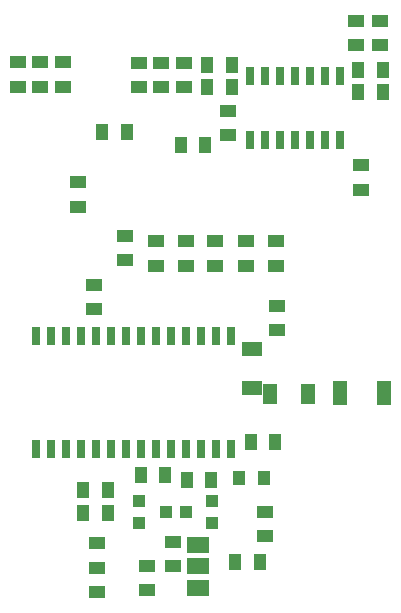
<source format=gbr>
%FSLAX34Y34*%
%MOMM*%
%LNSMDMASK_BOTTOM*%
G71*
G01*
%ADD10R, 1.100X1.400*%
%ADD11R, 1.300X2.000*%
%ADD12R, 1.400X1.100*%
%ADD13R, 0.760X1.500*%
%ADD14R, 1.000X1.300*%
%ADD15R, 1.900X1.400*%
%ADD16R, 1.100X1.100*%
%ADD17R, 1.800X1.300*%
%ADD18R, 1.300X1.800*%
%LPD*%
X105856Y-442119D02*
G54D10*
D03*
X85256Y-442119D02*
G54D10*
D03*
X302075Y-340644D02*
G54D11*
D03*
X339675Y-340744D02*
G54D11*
D03*
X320198Y-168146D02*
G54D12*
D03*
X320198Y-147546D02*
G54D12*
D03*
X209938Y-387469D02*
G54D13*
D03*
X197238Y-387469D02*
G54D13*
D03*
X184538Y-387469D02*
G54D13*
D03*
X171838Y-387469D02*
G54D13*
D03*
X209938Y-292169D02*
G54D13*
D03*
X197238Y-292169D02*
G54D13*
D03*
X184538Y-292169D02*
G54D13*
D03*
X171838Y-292169D02*
G54D13*
D03*
X159138Y-387469D02*
G54D13*
D03*
X146438Y-387469D02*
G54D13*
D03*
X133738Y-387469D02*
G54D13*
D03*
X159138Y-292169D02*
G54D13*
D03*
X146438Y-292169D02*
G54D13*
D03*
X133738Y-292169D02*
G54D13*
D03*
X121038Y-387469D02*
G54D13*
D03*
X121038Y-292169D02*
G54D13*
D03*
X108338Y-387469D02*
G54D13*
D03*
X95638Y-387469D02*
G54D13*
D03*
X108338Y-292169D02*
G54D13*
D03*
X95638Y-292169D02*
G54D13*
D03*
X82938Y-387469D02*
G54D13*
D03*
X70238Y-387469D02*
G54D13*
D03*
X82938Y-292169D02*
G54D13*
D03*
X70238Y-292169D02*
G54D13*
D03*
X57538Y-387469D02*
G54D13*
D03*
X44838Y-387469D02*
G54D13*
D03*
X57538Y-292169D02*
G54D13*
D03*
X44838Y-292169D02*
G54D13*
D03*
X226575Y-72219D02*
G54D13*
D03*
X239275Y-72219D02*
G54D13*
D03*
X251975Y-72219D02*
G54D13*
D03*
X264675Y-72219D02*
G54D13*
D03*
X226575Y-126219D02*
G54D13*
D03*
X239275Y-126219D02*
G54D13*
D03*
X251975Y-126219D02*
G54D13*
D03*
X264675Y-126219D02*
G54D13*
D03*
X277375Y-72219D02*
G54D13*
D03*
X290075Y-72219D02*
G54D13*
D03*
X302775Y-72219D02*
G54D13*
D03*
X277375Y-126219D02*
G54D13*
D03*
X290075Y-126219D02*
G54D13*
D03*
X302775Y-126219D02*
G54D13*
D03*
X121888Y-119662D02*
G54D10*
D03*
X101288Y-119662D02*
G54D10*
D03*
X336044Y-25400D02*
G54D12*
D03*
X336044Y-46000D02*
G54D12*
D03*
X207456Y-122238D02*
G54D12*
D03*
X207456Y-101638D02*
G54D12*
D03*
X338494Y-85756D02*
G54D10*
D03*
X317894Y-85756D02*
G54D10*
D03*
X67756Y-80962D02*
G54D12*
D03*
X67756Y-60362D02*
G54D12*
D03*
X247938Y-232569D02*
G54D12*
D03*
X247938Y-211969D02*
G54D12*
D03*
X222538Y-232569D02*
G54D12*
D03*
X222538Y-211969D02*
G54D12*
D03*
X196344Y-232569D02*
G54D12*
D03*
X196344Y-211969D02*
G54D12*
D03*
X171738Y-232569D02*
G54D12*
D03*
X171738Y-211969D02*
G54D12*
D03*
X146338Y-232569D02*
G54D12*
D03*
X146338Y-211969D02*
G54D12*
D03*
X120138Y-227862D02*
G54D12*
D03*
X120138Y-207262D02*
G54D12*
D03*
X80469Y-162050D02*
G54D12*
D03*
X80469Y-182650D02*
G54D12*
D03*
X85219Y-422275D02*
G54D10*
D03*
X105819Y-422275D02*
G54D10*
D03*
X94062Y-269612D02*
G54D12*
D03*
X94062Y-249012D02*
G54D12*
D03*
X316200Y-46038D02*
G54D12*
D03*
X316200Y-25438D02*
G54D12*
D03*
X48706Y-80962D02*
G54D12*
D03*
X48706Y-60362D02*
G54D12*
D03*
X29656Y-80962D02*
G54D12*
D03*
X29656Y-60362D02*
G54D12*
D03*
X210594Y-81719D02*
G54D10*
D03*
X189994Y-81719D02*
G54D10*
D03*
X210625Y-62662D02*
G54D10*
D03*
X190025Y-62662D02*
G54D10*
D03*
X170150Y-81756D02*
G54D12*
D03*
X170150Y-61156D02*
G54D12*
D03*
X151100Y-81756D02*
G54D12*
D03*
X151100Y-61156D02*
G54D12*
D03*
X132050Y-81756D02*
G54D12*
D03*
X132050Y-61156D02*
G54D12*
D03*
X188406Y-130175D02*
G54D10*
D03*
X167806Y-130175D02*
G54D10*
D03*
X133625Y-409500D02*
G54D10*
D03*
X154225Y-409500D02*
G54D10*
D03*
X247375Y-382288D02*
G54D10*
D03*
X226775Y-382288D02*
G54D10*
D03*
X237850Y-412588D02*
G54D14*
D03*
X217250Y-412588D02*
G54D14*
D03*
X182050Y-468831D02*
G54D15*
D03*
X182050Y-487088D02*
G54D15*
D03*
X182050Y-505344D02*
G54D15*
D03*
X160638Y-487075D02*
G54D12*
D03*
X160638Y-466475D02*
G54D12*
D03*
X139319Y-507638D02*
G54D12*
D03*
X139319Y-487038D02*
G54D12*
D03*
X132556Y-450850D02*
G54D16*
D03*
X132556Y-431850D02*
G54D16*
D03*
X154756Y-441350D02*
G54D16*
D03*
X213806Y-483394D02*
G54D10*
D03*
X234406Y-483394D02*
G54D10*
D03*
X194469Y-431800D02*
G54D16*
D03*
X194469Y-450800D02*
G54D16*
D03*
X172269Y-441300D02*
G54D16*
D03*
X239138Y-461512D02*
G54D12*
D03*
X239138Y-440912D02*
G54D12*
D03*
X193550Y-414062D02*
G54D10*
D03*
X172950Y-414062D02*
G54D10*
D03*
X338462Y-66788D02*
G54D10*
D03*
X317862Y-66788D02*
G54D10*
D03*
X249238Y-287338D02*
G54D12*
D03*
X249238Y-266738D02*
G54D12*
D03*
X96306Y-467594D02*
G54D12*
D03*
X96306Y-488194D02*
G54D12*
D03*
X96306Y-488231D02*
G54D12*
D03*
X96306Y-508831D02*
G54D12*
D03*
X228156Y-303488D02*
G54D17*
D03*
X228256Y-335988D02*
G54D17*
D03*
X275500Y-341169D02*
G54D18*
D03*
X243000Y-341269D02*
G54D18*
D03*
M02*

</source>
